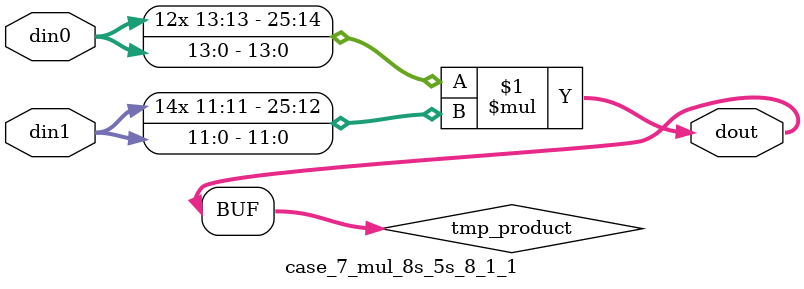
<source format=v>

`timescale 1 ns / 1 ps

 module case_7_mul_8s_5s_8_1_1(din0, din1, dout);
parameter ID = 1;
parameter NUM_STAGE = 0;
parameter din0_WIDTH = 14;
parameter din1_WIDTH = 12;
parameter dout_WIDTH = 26;

input [din0_WIDTH - 1 : 0] din0; 
input [din1_WIDTH - 1 : 0] din1; 
output [dout_WIDTH - 1 : 0] dout;

wire signed [dout_WIDTH - 1 : 0] tmp_product;



























assign tmp_product = $signed(din0) * $signed(din1);








assign dout = tmp_product;





















endmodule

</source>
